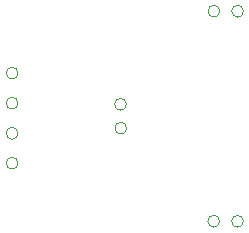
<source format=gbr>
%TF.GenerationSoftware,KiCad,Pcbnew,(6.0.6)*%
%TF.CreationDate,2022-08-03T15:09:15-07:00*%
%TF.ProjectId,ULPSM_R12,554c5053-4d5f-4523-9132-2e6b69636164,rev?*%
%TF.SameCoordinates,Original*%
%TF.FileFunction,Profile,NP*%
%FSLAX46Y46*%
G04 Gerber Fmt 4.6, Leading zero omitted, Abs format (unit mm)*
G04 Created by KiCad (PCBNEW (6.0.6)) date 2022-08-03 15:09:15*
%MOMM*%
%LPD*%
G01*
G04 APERTURE LIST*
%TA.AperFunction,Profile*%
%ADD10C,0.038100*%
%TD*%
G04 APERTURE END LIST*
D10*
X136880380Y-61670000D02*
G75*
G03*
X136880380Y-61670000I-500380J0D01*
G01*
X136880000Y-59140000D02*
G75*
G03*
X136880000Y-59140000I-500380J0D01*
G01*
X136880380Y-56590000D02*
G75*
G03*
X136880380Y-56590000I-500380J0D01*
G01*
X136890000Y-54050000D02*
G75*
G03*
X136890000Y-54050000I-500380J0D01*
G01*
X153960380Y-48800000D02*
G75*
G03*
X153960380Y-48800000I-500380J0D01*
G01*
X155970000Y-48800000D02*
G75*
G03*
X155970000Y-48800000I-500380J0D01*
G01*
X155970380Y-66590000D02*
G75*
G03*
X155970380Y-66590000I-500380J0D01*
G01*
X153950000Y-66580000D02*
G75*
G03*
X153950000Y-66580000I-500380J0D01*
G01*
X146080380Y-58700000D02*
G75*
G03*
X146080380Y-58700000I-500380J0D01*
G01*
X146060380Y-56680000D02*
G75*
G03*
X146060380Y-56680000I-500380J0D01*
G01*
M02*

</source>
